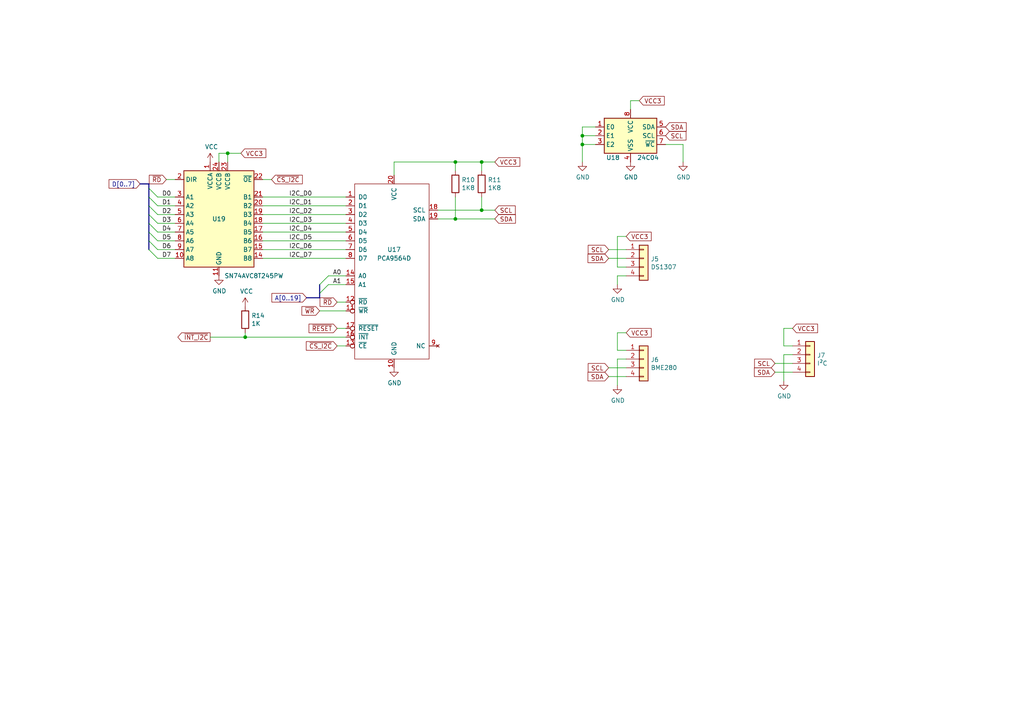
<source format=kicad_sch>
(kicad_sch (version 20230121) (generator eeschema)
  (paper "A4")
  (title_block (title "Mini8086 I/O board") (rev "1.0"))
  (lib_symbols
    (symbol "Connector_Generic:Conn_01x04" (pin_names (offset 1.016) hide)
      (property "Reference" "J" (at 0 5.08 0))
      (property "Value" "Conn_01x04" (at 0 -7.62 0))
      (symbol "Conn_01x04_1_1"
        (rectangle (start -1.27 -4.953) (end 0 -5.207) (stroke (width 0.1524)))
        (rectangle (start -1.27 -2.413) (end 0 -2.667) (stroke (width 0.1524)))
        (rectangle (start -1.27 0.127) (end 0 -0.127) (stroke (width 0.1524)))
        (rectangle (start -1.27 2.667) (end 0 2.413) (stroke (width 0.1524)))
        (rectangle (start -1.27 3.81) (end 1.27 -6.35) (stroke (width 0.254)) (fill (type background)))
        (pin passive line (at -5.08 2.54 0) (length 3.81) (name "Pin_1") (number "1"))
        (pin passive line (at -5.08 0 0) (length 3.81) (name "Pin_2") (number "2"))
        (pin passive line (at -5.08 -2.54 0) (length 3.81) (name "Pin_3") (number "3"))
        (pin passive line (at -5.08 -5.08 0) (length 3.81) (name "Pin_4") (number "4"))
      )
    )
    (symbol "Device:R" (pin_numbers hide) (pin_names (offset 0))
      (property "Reference" "R" (at 2.032 0 90))
      (property "Value" "R" (at 0 0 90))
      (symbol "R_0_1"
        (rectangle (start -1.016 -2.54) (end 1.016 2.54) (stroke (width 0.254)))
      )
      (symbol "R_1_1"
        (pin passive line (at 0 3.81 270) (length 1.27) (name "~") (number "1"))
        (pin passive line (at 0 -3.81 90) (length 1.27) (name "~") (number "2"))
      )
    )
    (symbol "Logic_LevelTranslator:SN74AVC8T245PW"
      (property "Reference" "U" (at -8.89 13.97 0))
      (property "Value" "SN74AVC8T245PW" (at 12.7 13.97 0))
      (symbol "SN74AVC8T245PW_0_1"
        (rectangle (start -10.16 12.7) (end 10.16 -15.24) (stroke (width 0.254)) (fill (type background)))
      )
      (symbol "SN74AVC8T245PW_1_1"
        (pin power_in line (at -2.54 15.24 270) (length 2.54) (name "VCCA") (number "1"))
        (pin bidirectional line (at -12.7 -12.7 0) (length 2.54) (name "A8") (number "10"))
        (pin power_in line (at 0 -17.78 90) (length 2.54) (name "GND") (number "11"))
        (pin passive line (at 0 -17.78 90) (length 2.54) hide (name "GND") (number "12"))
        (pin passive line (at 0 -17.78 90) (length 2.54) hide (name "GND") (number "13"))
        (pin bidirectional line (at 12.7 -12.7 180) (length 2.54) (name "B8") (number "14"))
        (pin bidirectional line (at 12.7 -10.16 180) (length 2.54) (name "B7") (number "15"))
        (pin bidirectional line (at 12.7 -7.62 180) (length 2.54) (name "B6") (number "16"))
        (pin bidirectional line (at 12.7 -5.08 180) (length 2.54) (name "B5") (number "17"))
        (pin bidirectional line (at 12.7 -2.54 180) (length 2.54) (name "B4") (number "18"))
        (pin bidirectional line (at 12.7 0 180) (length 2.54) (name "B3") (number "19"))
        (pin input line (at -12.7 10.16 0) (length 2.54) (name "DIR") (number "2"))
        (pin bidirectional line (at 12.7 2.54 180) (length 2.54) (name "B2") (number "20"))
        (pin bidirectional line (at 12.7 5.08 180) (length 2.54) (name "B1") (number "21"))
        (pin input line (at 12.7 10.16 180) (length 2.54) (name "~{OE}") (number "22"))
        (pin power_in line (at 2.54 15.24 270) (length 2.54) (name "VCCB") (number "23"))
        (pin power_in line (at 0 15.24 270) (length 2.54) (name "VCCB") (number "24"))
        (pin bidirectional line (at -12.7 5.08 0) (length 2.54) (name "A1") (number "3"))
        (pin bidirectional line (at -12.7 2.54 0) (length 2.54) (name "A2") (number "4"))
        (pin bidirectional line (at -12.7 0 0) (length 2.54) (name "A3") (number "5"))
        (pin bidirectional line (at -12.7 -2.54 0) (length 2.54) (name "A4") (number "6"))
        (pin bidirectional line (at -12.7 -5.08 0) (length 2.54) (name "A5") (number "7"))
        (pin bidirectional line (at -12.7 -7.62 0) (length 2.54) (name "A6") (number "8"))
        (pin bidirectional line (at -12.7 -10.16 0) (length 2.54) (name "A7") (number "9"))
      )
    )
    (symbol "Memory_EEPROM:M24C02-WMN"
      (property "Reference" "U" (at -6.35 6.35 0))
      (property "Value" "M24C02-WMN" (at 7.62 6.35 0))
      (symbol "M24C02-WMN_0_1"
        (rectangle (start -7.62 5.08) (end 7.62 -5.08) (stroke (width 0.254)) (fill (type background)))
      )
      (symbol "M24C02-WMN_1_1"
        (pin input line (at -10.16 2.54 0) (length 2.54) (name "E0") (number "1"))
        (pin input line (at -10.16 0 0) (length 2.54) (name "E1") (number "2"))
        (pin input line (at -10.16 -2.54 0) (length 2.54) (name "E2") (number "3"))
        (pin power_in line (at 0 -7.62 90) (length 2.54) (name "VSS") (number "4"))
        (pin bidirectional line (at 10.16 2.54 180) (length 2.54) (name "SDA") (number "5"))
        (pin input line (at 10.16 0 180) (length 2.54) (name "SCL") (number "6"))
        (pin input line (at 10.16 -2.54 180) (length 2.54) (name "~{WC}") (number "7"))
        (pin power_in line (at 0 7.62 270) (length 2.54) (name "VCC") (number "8"))
      )
    )
    (symbol "Mini8086:PCA9564D" (pin_names (offset 1.016))
      (property "Reference" "U" (at 0 2.54 0))
      (property "Value" "PCA9564D" (at 0 0 0))
      (symbol "PCA9564D_0_1"
        (rectangle (start -11.43 21.59) (end 10.16 -29.21))
      )
      (symbol "PCA9564D_1_1"
        (pin bidirectional line (at -13.97 17.78 0) (length 2.54) (name "D0") (number "1"))
        (pin power_in line (at 0 -31.75 90) (length 2.54) (name "GND") (number "10"))
        (pin input inverted (at -13.97 -15.24 0) (length 2.54) (name "~{WR}") (number "11"))
        (pin input inverted (at -13.97 -12.7 0) (length 2.54) (name "~{RD}") (number "12"))
        (pin input inverted (at -13.97 -25.4 0) (length 2.54) (name "~{CE}") (number "13"))
        (pin input line (at -13.97 -5.08 0) (length 2.54) (name "A0") (number "14"))
        (pin input line (at -13.97 -7.62 0) (length 2.54) (name "A1") (number "15"))
        (pin output inverted (at -13.97 -22.86 0) (length 2.54) (name "~{INT}") (number "16"))
        (pin input inverted (at -13.97 -20.32 0) (length 2.54) (name "~{RESET}") (number "17"))
        (pin bidirectional line (at 12.7 13.97 180) (length 2.54) (name "SCL") (number "18"))
        (pin bidirectional line (at 12.7 11.43 180) (length 2.54) (name "SDA") (number "19"))
        (pin bidirectional line (at -13.97 15.24 0) (length 2.54) (name "D1") (number "2"))
        (pin power_in line (at 0 24.13 270) (length 2.54) (name "VCC") (number "20"))
        (pin bidirectional line (at -13.97 12.7 0) (length 2.54) (name "D2") (number "3"))
        (pin bidirectional line (at -13.97 10.16 0) (length 2.54) (name "D3") (number "4"))
        (pin bidirectional line (at -13.97 7.62 0) (length 2.54) (name "D4") (number "5"))
        (pin bidirectional line (at -13.97 5.08 0) (length 2.54) (name "D5") (number "6"))
        (pin bidirectional line (at -13.97 2.54 0) (length 2.54) (name "D6") (number "7"))
        (pin bidirectional line (at -13.97 0 0) (length 2.54) (name "D7") (number "8"))
        (pin no_connect line (at 12.7 -25.4 180) (length 2.54) (name "NC") (number "9"))
      )
    )
    (symbol "power:GND" (power) (pin_names (offset 0))
      (property "Value" "GND" (at 0 -3.81 0))
      (symbol "GND_0_1"
        (polyline (pts (xy 0 0) (xy 0 -1.27) (xy 1.27 -1.27) (xy 0 -2.54) (xy -1.27 -1.27) (xy 0 -1.27)))
      )
      (symbol "GND_1_1"
        (pin power_in line (at 0 0 270) (length 0) hide (name "GND") (number "1"))
      )
    )
    (symbol "power:VCC" (power) (pin_names (offset 0))
      (property "Value" "VCC" (at 0 3.81 0))
      (symbol "VCC_0_1"
        (polyline (pts (xy -0.762 1.27) (xy 0 2.54)))
        (polyline (pts (xy 0 0) (xy 0 2.54)))
        (polyline (pts (xy 0 2.54) (xy 0.762 1.27)))
      )
      (symbol "VCC_1_1"
        (pin power_in line (at 0 0 90) (length 0) hide (name "VCC") (number "1"))
      )
    )
  )
  (junction (at 132.08 46.99))
  (junction (at 139.7 60.96))
  (junction (at 139.7 46.99))
  (junction (at 66.04 44.45))
  (junction (at 71.12 97.79))
  (junction (at 168.91 41.91))
  (junction (at 132.08 63.5))
  (junction (at 168.91 39.37))
  (bus_entry (at 45.72 67.31) (size -2.54 -2.54))
  (bus_entry (at 45.72 57.15) (size -2.54 -2.54))
  (bus_entry (at 45.72 64.77) (size -2.54 -2.54))
  (bus_entry (at 95.25 82.55) (size -2.54 2.54))
  (bus_entry (at 45.72 59.69) (size -2.54 -2.54))
  (bus_entry (at 45.72 69.85) (size -2.54 -2.54))
  (bus_entry (at 45.72 62.23) (size -2.54 -2.54))
  (bus_entry (at 95.25 80.01) (size -2.54 2.54))
  (bus_entry (at 45.72 72.39) (size -2.54 -2.54))
  (bus_entry (at 45.72 74.93) (size -2.54 -2.54))
  (wire (pts (xy 179.07 104.14) (xy 179.07 111.76)))
  (wire (pts (xy 181.61 77.47) (xy 179.07 77.47)))
  (wire (pts (xy 45.72 57.15) (xy 50.8 57.15)))
  (wire (pts (xy 63.5 46.99) (xy 63.5 44.45)))
  (wire (pts (xy 66.04 46.99) (xy 66.04 44.45)))
  (bus (pts (xy 92.71 85.09) (xy 92.71 86.36)))
  (wire (pts (xy 227.33 102.87) (xy 227.33 110.49)))
  (wire (pts (xy 179.07 80.01) (xy 179.07 82.55)))
  (bus (pts (xy 43.18 69.85) (xy 43.18 72.39)))
  (wire (pts (xy 45.72 64.77) (xy 50.8 64.77)))
  (wire (pts (xy 63.5 44.45) (xy 66.04 44.45)))
  (wire (pts (xy 185.42 29.21) (xy 182.88 29.21)))
  (wire (pts (xy 172.72 41.91) (xy 168.91 41.91)))
  (wire (pts (xy 229.87 105.41) (xy 224.79 105.41)))
  (wire (pts (xy 76.2 72.39) (xy 100.33 72.39)))
  (wire (pts (xy 71.12 97.79) (xy 60.96 97.79)))
  (wire (pts (xy 76.2 62.23) (xy 100.33 62.23)))
  (wire (pts (xy 45.72 72.39) (xy 50.8 72.39)))
  (wire (pts (xy 227.33 95.25) (xy 227.33 100.33)))
  (wire (pts (xy 181.61 106.68) (xy 176.53 106.68)))
  (wire (pts (xy 132.08 46.99) (xy 139.7 46.99)))
  (wire (pts (xy 45.72 67.31) (xy 50.8 67.31)))
  (wire (pts (xy 76.2 57.15) (xy 100.33 57.15)))
  (wire (pts (xy 132.08 57.15) (xy 132.08 63.5)))
  (wire (pts (xy 179.07 68.58) (xy 181.61 68.58)))
  (wire (pts (xy 229.87 107.95) (xy 224.79 107.95)))
  (wire (pts (xy 100.33 59.69) (xy 76.2 59.69)))
  (wire (pts (xy 181.61 72.39) (xy 176.53 72.39)))
  (wire (pts (xy 76.2 67.31) (xy 100.33 67.31)))
  (wire (pts (xy 71.12 96.52) (xy 71.12 97.79)))
  (wire (pts (xy 182.88 29.21) (xy 182.88 31.75)))
  (wire (pts (xy 114.3 46.99) (xy 114.3 50.8)))
  (wire (pts (xy 181.61 80.01) (xy 179.07 80.01)))
  (wire (pts (xy 100.33 74.93) (xy 76.2 74.93)))
  (wire (pts (xy 181.61 104.14) (xy 179.07 104.14)))
  (wire (pts (xy 100.33 80.01) (xy 95.25 80.01)))
  (wire (pts (xy 227.33 100.33) (xy 229.87 100.33)))
  (wire (pts (xy 92.71 90.17) (xy 100.33 90.17)))
  (wire (pts (xy 45.72 59.69) (xy 50.8 59.69)))
  (bus (pts (xy 43.18 53.34) (xy 43.18 54.61)))
  (wire (pts (xy 50.8 52.07) (xy 48.26 52.07)))
  (wire (pts (xy 139.7 49.53) (xy 139.7 46.99)))
  (wire (pts (xy 176.53 74.93) (xy 181.61 74.93)))
  (bus (pts (xy 43.18 62.23) (xy 43.18 64.77)))
  (wire (pts (xy 179.07 101.6) (xy 181.61 101.6)))
  (wire (pts (xy 181.61 109.22) (xy 176.53 109.22)))
  (wire (pts (xy 168.91 39.37) (xy 168.91 41.91)))
  (wire (pts (xy 66.04 44.45) (xy 69.85 44.45)))
  (wire (pts (xy 139.7 60.96) (xy 139.7 57.15)))
  (wire (pts (xy 100.33 100.33) (xy 97.79 100.33)))
  (bus (pts (xy 43.18 54.61) (xy 43.18 57.15)))
  (wire (pts (xy 95.25 82.55) (xy 100.33 82.55)))
  (wire (pts (xy 132.08 46.99) (xy 114.3 46.99)))
  (wire (pts (xy 127 63.5) (xy 132.08 63.5)))
  (wire (pts (xy 168.91 41.91) (xy 168.91 46.99)))
  (bus (pts (xy 92.71 86.36) (xy 88.9 86.36)))
  (wire (pts (xy 172.72 36.83) (xy 168.91 36.83)))
  (wire (pts (xy 179.07 77.47) (xy 179.07 68.58)))
  (wire (pts (xy 100.33 97.79) (xy 71.12 97.79)))
  (wire (pts (xy 78.74 52.07) (xy 76.2 52.07)))
  (wire (pts (xy 127 60.96) (xy 139.7 60.96)))
  (wire (pts (xy 193.04 41.91) (xy 198.12 41.91)))
  (wire (pts (xy 139.7 60.96) (xy 143.51 60.96)))
  (wire (pts (xy 229.87 95.25) (xy 227.33 95.25)))
  (wire (pts (xy 229.87 102.87) (xy 227.33 102.87)))
  (wire (pts (xy 100.33 69.85) (xy 76.2 69.85)))
  (wire (pts (xy 198.12 46.99) (xy 198.12 41.91)))
  (wire (pts (xy 172.72 39.37) (xy 168.91 39.37)))
  (wire (pts (xy 45.72 69.85) (xy 50.8 69.85)))
  (bus (pts (xy 43.18 64.77) (xy 43.18 67.31)))
  (wire (pts (xy 132.08 49.53) (xy 132.08 46.99)))
  (bus (pts (xy 92.71 82.55) (xy 92.71 85.09)))
  (wire (pts (xy 132.08 63.5) (xy 143.51 63.5)))
  (bus (pts (xy 43.18 57.15) (xy 43.18 59.69)))
  (wire (pts (xy 143.51 46.99) (xy 139.7 46.99)))
  (bus (pts (xy 43.18 53.34) (xy 40.64 53.34)))
  (wire (pts (xy 100.33 64.77) (xy 76.2 64.77)))
  (wire (pts (xy 100.33 95.25) (xy 97.79 95.25)))
  (bus (pts (xy 43.18 67.31) (xy 43.18 69.85)))
  (wire (pts (xy 179.07 96.52) (xy 179.07 101.6)))
  (wire (pts (xy 168.91 36.83) (xy 168.91 39.37)))
  (wire (pts (xy 181.61 96.52) (xy 179.07 96.52)))
  (wire (pts (xy 97.79 87.63) (xy 100.33 87.63)))
  (bus (pts (xy 43.18 59.69) (xy 43.18 62.23)))
  (wire (pts (xy 45.72 74.93) (xy 50.8 74.93)))
  (wire (pts (xy 45.72 62.23) (xy 50.8 62.23)))
  (label "I2C_D5" (at 83.82 69.85 0))
  (label "I2C_D6" (at 83.82 72.39 0))
  (label "D6" (at 46.99 72.39 0))
  (label "I2C_D2" (at 83.82 62.23 0))
  (label "I2C_D1" (at 83.82 59.69 0))
  (label "D2" (at 46.99 62.23 0))
  (label "D3" (at 46.99 64.77 0))
  (label "I2C_D0" (at 83.82 57.15 0))
  (label "I2C_D3" (at 83.82 64.77 0))
  (label "I2C_D4" (at 83.82 67.31 0))
  (label "D7" (at 46.99 74.93 0))
  (label "D4" (at 46.99 67.31 0))
  (label "D5" (at 46.99 69.85 0))
  (label "I2C_D7" (at 83.82 74.93 0))
  (label "A1" (at 96.52 82.55 0))
  (label "D0" (at 46.99 57.15 0))
  (label "A0" (at 96.52 80.01 0))
  (label "D1" (at 46.99 59.69 0))
  (global_label "SDA" (shape input) (at 176.53 74.93 180) (property "Intersheetrefs" "${INTERSHEET_REFS}" (effects hide)))
  (global_label "SDA" (shape input) (at 193.04 36.83 0) (property "Intersheetrefs" "${INTERSHEET_REFS}" (effects hide)))
  (global_label "SDA" (shape input) (at 143.51 63.5 0) (property "Intersheetrefs" "${INTERSHEET_REFS}" (effects hide)))
  (global_label "SCL" (shape input) (at 193.04 39.37 0) (property "Intersheetrefs" "${INTERSHEET_REFS}" (effects hide)))
  (global_label "VCC3" (shape input) (at 185.42 29.21 0) (property "Intersheetrefs" "${INTERSHEET_REFS}" (effects hide)))
  (global_label "SCL" (shape input) (at 176.53 72.39 180) (property "Intersheetrefs" "${INTERSHEET_REFS}" (effects hide)))
  (global_label "~{RD}" (shape input) (at 48.26 52.07 180) (property "Intersheetrefs" "${INTERSHEET_REFS}" (effects hide)))
  (global_label "SCL" (shape input) (at 143.51 60.96 0) (property "Intersheetrefs" "${INTERSHEET_REFS}" (effects hide)))
  (global_label "SDA" (shape input) (at 176.53 109.22 180) (property "Intersheetrefs" "${INTERSHEET_REFS}" (effects hide)))
  (global_label "~{WR}" (shape input) (at 92.71 90.17 180) (property "Intersheetrefs" "${INTERSHEET_REFS}" (effects hide)))
  (global_label "VCC3" (shape input) (at 143.51 46.99 0) (property "Intersheetrefs" "${INTERSHEET_REFS}" (effects hide)))
  (global_label "~{RESET}" (shape input) (at 97.79 95.25 180) (property "Intersheetrefs" "${INTERSHEET_REFS}" (effects hide)))
  (global_label "SDA" (shape input) (at 224.79 107.95 180) (property "Intersheetrefs" "${INTERSHEET_REFS}" (effects hide)))
  (global_label "VCC3" (shape input) (at 181.61 68.58 0) (property "Intersheetrefs" "${INTERSHEET_REFS}" (effects hide)))
  (global_label "~{CS_I2C}" (shape input) (at 78.74 52.07 0) (property "Intersheetrefs" "${INTERSHEET_REFS}" (effects hide)))
  (global_label "SCL" (shape input) (at 224.79 105.41 180) (property "Intersheetrefs" "${INTERSHEET_REFS}" (effects hide)))
  (global_label "VCC3" (shape input) (at 69.85 44.45 0) (property "Intersheetrefs" "${INTERSHEET_REFS}" (effects hide)))
  (global_label "SCL" (shape input) (at 176.53 106.68 180) (property "Intersheetrefs" "${INTERSHEET_REFS}" (effects hide)))
  (global_label "~{RD}" (shape input) (at 97.79 87.63 180) (property "Intersheetrefs" "${INTERSHEET_REFS}" (effects hide)))
  (global_label "VCC3" (shape input) (at 181.61 96.52 0) (property "Intersheetrefs" "${INTERSHEET_REFS}" (effects hide)))
  (global_label "D[0..7]" (shape input) (at 40.64 53.34 180) (property "Intersheetrefs" "${INTERSHEET_REFS}" (effects hide)))
  (global_label "A[0..19]" (shape input) (at 88.9 86.36 180) (property "Intersheetrefs" "${INTERSHEET_REFS}" (effects hide)))
  (global_label "~{INT_I2C}" (shape output) (at 60.96 97.79 180) (property "Intersheetrefs" "${INTERSHEET_REFS}" (effects hide)))
  (global_label "VCC3" (shape input) (at 229.87 95.25 0) (property "Intersheetrefs" "${INTERSHEET_REFS}" (effects hide)))
  (global_label "~{CS_I2C}" (shape input) (at 97.79 100.33 180) (property "Intersheetrefs" "${INTERSHEET_REFS}" (effects hide)))
  (symbol (lib_id "power:GND") (at 114.3 106.68 0) (unit 1)
    (property "Reference" "#PWR0108" (effects hide))
    (property "Value" "GND" (at 114.427 111.0742 0))
  )
  (symbol (lib_id "Connector_Generic:Conn_01x04") (at 186.69 74.93 0) (unit 1)
    (property "Reference" "J5" (at 188.722 75.1332 0) (effects (justify left)))
    (property "Value" "DS1307" (at 188.722 77.4446 0) (effects (justify left)))
    (property "Footprint" "Connector_PinHeader_2.54mm:PinHeader_1x04_P2.54mm_Vertical" (effects hide))
  )
  (symbol (lib_id "Connector_Generic:Conn_01x04") (at 186.69 104.14 0) (unit 1)
    (property "Reference" "J6" (at 188.722 104.3432 0) (effects (justify left)))
    (property "Value" "BME280" (at 188.722 106.6546 0) (effects (justify left)))
    (property "Footprint" "Connector_PinHeader_2.54mm:PinHeader_1x04_P2.54mm_Vertical" (effects hide))
  )
  (symbol (lib_id "Device:R") (at 132.08 53.34 0) (unit 1)
    (property "Reference" "R10" (at 133.858 52.1716 0) (effects (justify left)))
    (property "Value" "1K8" (at 133.858 54.483 0) (effects (justify left)))
    (property "Footprint" "Resistor_SMD:R_1206_3216Metric" (effects hide))
  )
  (symbol (lib_id "Device:R") (at 139.7 53.34 0) (unit 1)
    (property "Reference" "R11" (at 141.478 52.1716 0) (effects (justify left)))
    (property "Value" "1K8" (at 141.478 54.483 0) (effects (justify left)))
    (property "Footprint" "Resistor_SMD:R_1206_3216Metric" (effects hide))
  )
  (symbol (lib_id "Memory_EEPROM:M24C02-WMN") (at 182.88 39.37 0) (unit 1)
    (property "Reference" "U18" (at 177.8 45.72 0))
    (property "Value" "24C04" (at 187.96 45.72 0))
    (property "Footprint" "Package_SO:SOIC-8_3.9x4.9mm_P1.27mm" (effects hide))
    (property "Datasheet" "http://www.st.com/content/ccc/resource/technical/document/datasheet/b0/d8/50/40/5a/85/49/6f/DM00071904.pdf/files/DM00071904.pdf/jcr:content/translations/en.DM00071904.pdf" (effects hide))
  )
  (symbol (lib_id "power:GND") (at 179.07 111.76 0) (unit 1)
    (property "Reference" "#PWR0109" (effects hide))
    (property "Value" "GND" (at 179.197 116.1542 0))
  )
  (symbol (lib_id "power:GND") (at 182.88 46.99 0) (unit 1)
    (property "Reference" "#PWR0110" (effects hide))
    (property "Value" "GND" (at 183.007 51.3842 0))
  )
  (symbol (lib_id "power:GND") (at 179.07 82.55 0) (unit 1)
    (property "Reference" "#PWR0111" (effects hide))
    (property "Value" "GND" (at 179.197 86.9442 0))
  )
  (symbol (lib_id "power:GND") (at 198.12 46.99 0) (unit 1)
    (property "Reference" "#PWR0112" (effects hide))
    (property "Value" "GND" (at 198.247 51.3842 0))
  )
  (symbol (lib_id "power:GND") (at 168.91 46.99 0) (unit 1)
    (property "Reference" "#PWR045" (effects hide))
    (property "Value" "GND" (at 169.037 51.3842 0))
  )
  (symbol (lib_id "Logic_LevelTranslator:SN74AVC8T245PW") (at 63.5 62.23 0) (unit 1)
    (property "Reference" "U19" (at 63.5 63.5 0))
    (property "Value" "SN74AVC8T245PW" (at 73.66 80.01 0))
    (property "Footprint" "Package_SO:TSSOP-24_4.4x7.8mm_P0.65mm" (effects hide))
    (property "Datasheet" "https://www.ti.com/lit/ds/symlink/sn74avc8t245.pdf" (effects hide))
  )
  (symbol (lib_id "power:GND") (at 63.5 80.01 0) (unit 1)
    (property "Reference" "#PWR044" (effects hide))
    (property "Value" "GND" (at 63.627 84.4042 0))
  )
  (symbol (lib_id "power:VCC") (at 60.96 46.99 0) (unit 1)
    (property "Reference" "#PWR043" (effects hide))
    (property "Value" "VCC" (at 61.341 42.5958 0))
  )
  (symbol (lib_id "Mini8086:PCA9564D") (at 114.3 74.93 0) (unit 1)
    (property "Reference" "U17" (at 114.3 72.39 0))
    (property "Value" "PCA9564D" (at 114.3 74.93 0))
    (property "Footprint" "Package_SO:SOIC-20W_7.5x12.8mm_P1.27mm" (effects hide))
  )
  (symbol (lib_id "Connector_Generic:Conn_01x04") (at 234.95 102.87 0) (unit 1)
    (property "Reference" "J7" (at 236.982 103.0732 0) (effects (justify left)))
    (property "Value" "I²C" (at 236.982 105.3846 0) (effects (justify left)))
    (property "Footprint" "Connector_PinHeader_2.54mm:PinHeader_1x04_P2.54mm_Vertical" (effects hide))
  )
  (symbol (lib_id "power:GND") (at 227.33 110.49 0) (unit 1)
    (property "Reference" "#PWR0113" (effects hide))
    (property "Value" "GND" (at 227.457 114.8842 0))
  )
  (symbol (lib_id "Device:R") (at 71.12 92.71 0) (unit 1)
    (property "Reference" "R14" (at 72.898 91.5416 0) (effects (justify left)))
    (property "Value" "1K" (at 72.898 93.853 0) (effects (justify left)))
    (property "Footprint" "Resistor_SMD:R_1206_3216Metric" (effects hide))
  )
  (symbol (lib_id "power:VCC") (at 71.12 88.9 0) (unit 1)
    (property "Reference" "#PWR061" (effects hide))
    (property "Value" "VCC" (at 71.501 84.5058 0))
  )
)
</source>
